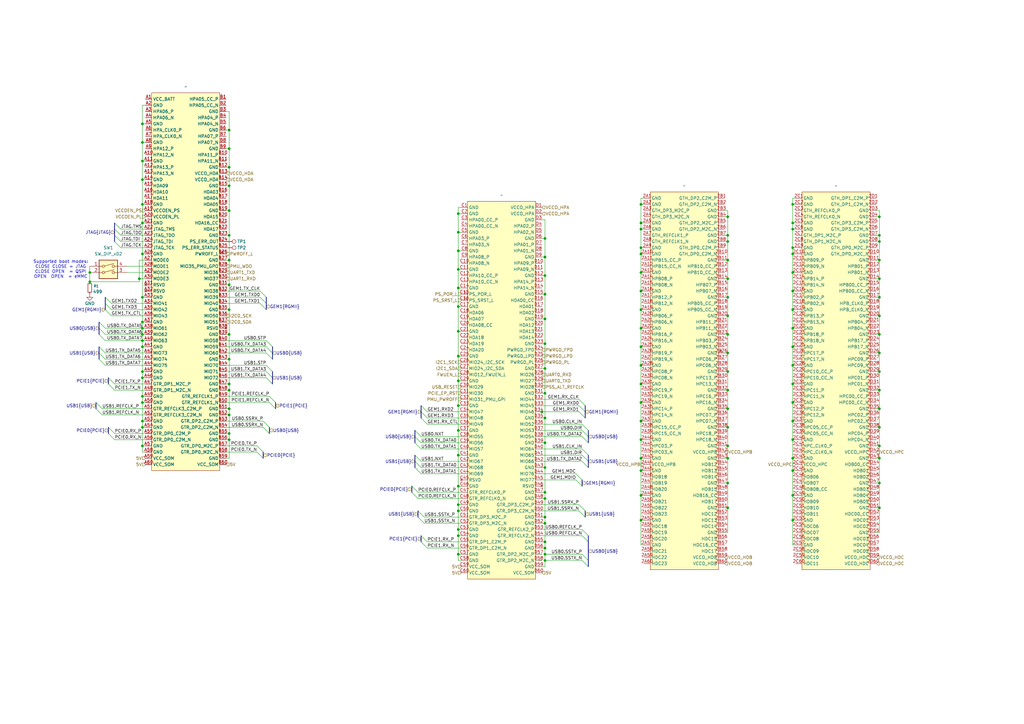
<source format=kicad_sch>
(kicad_sch (version 20250114) (generator "eeschema") (generator_version "9.0")
  (paper "A3")
  (bus_alias "JTAG" (members "TMS" "TDO" "TDI" "TCK"))
  (bus_alias "PCIE" (members "REFCLK_P" "REFCLK_N" "RX_P" "RX_N" "TX_P" "TX_N"))
  (bus_alias "RGMII" (members "MDC" "MDIO" "TX_CLK" "TXD[0..3]" "TX_CTL" "RX_CLK" "RXD[0..3]" "RX_CTL"))
  (bus_alias "USB" (members "RST" "CLK_IN" "DIR" "NXT" "STP" "TX_DATA[0..7]" "REFCLK_P" "REFCLK_N" "SSRX_P" "SSRX_N" "SSTX_P" "SSTX_N" "RESET"))
  (text "Supported boot modes:\nCLOSE CLOSE = JTAG\nCLOSE OPEN  = QSPI\nOPEN  OPEN  = eMMC" (at 24.892 110.49 0) (effects (font (size 1.27 1.27))))
  (junction (at 262.89 104.14))
  (junction (at 325.12 142.24))
  (junction (at 58.42 134.62))
  (junction (at 58.42 50.8))
  (junction (at 298.45 208.28))
  (junction (at 298.45 198.12))
  (junction (at 93.98 53.34))
  (junction (at 360.68 137.16))
  (junction (at 262.89 165.1))
  (junction (at 325.12 104.14))
  (junction (at 187.96 219.71))
  (junction (at 325.12 149.86))
  (junction (at 360.68 106.68))
  (junction (at 187.96 207.01))
  (junction (at 298.45 129.54))
  (junction (at 360.68 129.54))
  (junction (at 58.42 66.04))
  (junction (at 58.42 162.56))
  (junction (at 262.89 93.98))
  (junction (at 325.12 187.96))
  (junction (at 325.12 91.44))
  (junction (at 187.96 118.11))
  (junction (at 360.68 198.12))
  (junction (at 187.96 227.33))
  (junction (at 360.68 175.26))
  (junction (at 223.52 229.87))
  (junction (at 360.68 152.4))
  (junction (at 262.89 180.34))
  (junction (at 360.68 182.88))
  (junction (at 93.98 116.84))
  (junction (at 36.83 111.76))
  (junction (at 93.98 170.18))
  (junction (at 298.45 114.3))
  (junction (at 262.89 111.76))
  (junction (at 262.89 149.86))
  (junction (at 187.96 156.21))
  (junction (at 93.98 106.68))
  (junction (at 93.98 96.52))
  (junction (at 58.42 172.72))
  (junction (at 58.42 132.08))
  (junction (at 223.52 214.63))
  (junction (at 262.89 157.48))
  (junction (at 223.52 140.97))
  (junction (at 187.96 125.73))
  (junction (at 187.96 217.17))
  (junction (at 58.42 104.14))
  (junction (at 223.52 113.03))
  (junction (at 58.42 175.26))
  (junction (at 93.98 137.16))
  (junction (at 58.42 73.66))
  (junction (at 223.52 212.09))
  (junction (at 93.98 147.32))
  (junction (at 93.98 68.58))
  (junction (at 262.89 101.6))
  (junction (at 93.98 177.8))
  (junction (at 325.12 127))
  (junction (at 58.42 139.7))
  (junction (at 262.89 134.62))
  (junction (at 262.89 193.04))
  (junction (at 93.98 127))
  (junction (at 325.12 165.1))
  (junction (at 223.52 222.25))
  (junction (at 360.68 121.92))
  (junction (at 360.68 208.28))
  (junction (at 298.45 160.02))
  (junction (at 325.12 134.62))
  (junction (at 223.52 120.65))
  (junction (at 58.42 154.94))
  (junction (at 298.45 167.64))
  (junction (at 93.98 60.96))
  (junction (at 298.45 106.68))
  (junction (at 262.89 203.2))
  (junction (at 262.89 187.96))
  (junction (at 222.25 168.91))
  (junction (at 58.42 83.82))
  (junction (at 57.15 114.3))
  (junction (at 325.12 101.6))
  (junction (at 360.68 114.3))
  (junction (at 325.12 83.82))
  (junction (at 223.52 130.81))
  (junction (at 298.45 182.88))
  (junction (at 325.12 203.2))
  (junction (at 223.52 224.79))
  (junction (at 360.68 99.06))
  (junction (at 223.52 171.45))
  (junction (at 223.52 97.79))
  (junction (at 298.45 144.78))
  (junction (at 58.42 137.16))
  (junction (at 360.68 160.02))
  (junction (at 36.83 115.57))
  (junction (at 187.96 110.49))
  (junction (at 325.12 157.48))
  (junction (at 223.52 181.61))
  (junction (at 298.45 121.92))
  (junction (at 187.96 176.53))
  (junction (at 93.98 86.36))
  (junction (at 58.42 121.92))
  (junction (at 187.96 87.63))
  (junction (at 360.68 187.96))
  (junction (at 223.52 105.41))
  (junction (at 262.89 119.38))
  (junction (at 298.45 96.52))
  (junction (at 93.98 160.02))
  (junction (at 187.96 102.87))
  (junction (at 223.52 227.33))
  (junction (at 360.68 167.64))
  (junction (at 58.42 142.24))
  (junction (at 58.42 182.88))
  (junction (at 58.42 91.44))
  (junction (at 223.52 204.47))
  (junction (at 223.52 151.13))
  (junction (at 325.12 119.38))
  (junction (at 360.68 88.9))
  (junction (at 93.98 167.64))
  (junction (at 262.89 127))
  (junction (at 187.96 146.05))
  (junction (at 262.89 142.24))
  (junction (at 58.42 152.4))
  (junction (at 262.89 83.82))
  (junction (at 298.45 88.9))
  (junction (at 58.42 58.42))
  (junction (at 187.96 186.69))
  (junction (at 187.96 135.89))
  (junction (at 325.12 180.34))
  (junction (at 93.98 157.48))
  (junction (at 223.52 201.93))
  (junction (at 325.12 172.72))
  (junction (at 298.45 187.96))
  (junction (at 298.45 175.26))
  (junction (at 187.96 95.25))
  (junction (at 262.89 213.36))
  (junction (at 298.45 137.16))
  (junction (at 298.45 99.06))
  (junction (at 325.12 93.98))
  (junction (at 298.45 152.4))
  (junction (at 187.96 199.39))
  (junction (at 187.96 209.55))
  (junction (at 58.42 165.1))
  (junction (at 223.52 161.29))
  (junction (at 325.12 111.76))
  (junction (at 187.96 166.37))
  (junction (at 93.98 180.34))
  (junction (at 325.12 193.04))
  (junction (at 262.89 91.44))
  (junction (at 360.68 96.52))
  (junction (at 223.52 191.77))
  (junction (at 360.68 144.78))
  (junction (at 325.12 213.36))
  (junction (at 93.98 76.2))
  (junction (at 262.89 172.72))
  (bus_entry (at 172.72 184.15) (size -2.54 -2.54))
  (bus_entry (at 41.91 170.18) (size -2.54 -2.54))
  (bus_entry (at 175.26 168.91) (size -2.54 -2.54))
  (bus_entry (at 238.76 219.71) (size 2.54 2.54))
  (bus_entry (at 109.22 152.4) (size 2.54 2.54))
  (bus_entry (at 173.99 212.09) (size -2.54 -2.54))
  (bus_entry (at 46.99 180.34) (size -2.54 -2.54))
  (bus_entry (at 172.72 189.23) (size -2.54 -2.54))
  (bus_entry (at 237.49 168.91) (size 2.54 2.54))
  (bus_entry (at 45.72 127) (size -2.54 -2.54))
  (bus_entry (at 46.99 157.48) (size -2.54 -2.54))
  (bus_entry (at 43.18 134.62) (size -2.54 -2.54))
  (bus_entry (at 237.49 207.01) (size 2.54 2.54))
  (bus_entry (at 238.76 173.99) (size 2.54 2.54))
  (bus_entry (at 172.72 191.77) (size -2.54 -2.54))
  (bus_entry (at 237.49 209.55) (size 2.54 2.54))
  (bus_entry (at 173.99 214.63) (size -2.54 -2.54))
  (bus_entry (at 171.45 201.93) (size -2.54 -2.54))
  (bus_entry (at 236.22 196.85) (size 2.54 2.54))
  (bus_entry (at 105.41 185.42) (size 2.54 2.54))
  (bus_entry (at 172.72 194.31) (size -2.54 -2.54))
  (bus_entry (at 49.53 93.98) (size -2.54 -2.54))
  (bus_entry (at 43.18 137.16) (size -2.54 -2.54))
  (bus_entry (at 49.53 96.52) (size -2.54 -2.54))
  (bus_entry (at 238.76 229.87) (size 2.54 2.54))
  (bus_entry (at 43.18 147.32) (size -2.54 -2.54))
  (bus_entry (at 109.22 144.78) (size 2.54 2.54))
  (bus_entry (at 238.76 186.69) (size 2.54 2.54))
  (bus_entry (at 49.53 101.6) (size -2.54 -2.54))
  (bus_entry (at 41.91 167.64) (size -2.54 -2.54))
  (bus_entry (at 43.18 149.86) (size -2.54 -2.54))
  (bus_entry (at 45.72 124.46) (size -2.54 -2.54))
  (bus_entry (at 43.18 144.78) (size -2.54 -2.54))
  (bus_entry (at 238.76 176.53) (size 2.54 2.54))
  (bus_entry (at 238.76 179.07) (size 2.54 2.54))
  (bus_entry (at 175.26 224.79) (size -2.54 -2.54))
  (bus_entry (at 109.22 149.86) (size 2.54 2.54))
  (bus_entry (at 110.49 162.56) (size 2.54 2.54))
  (bus_entry (at 172.72 179.07) (size -2.54 -2.54))
  (bus_entry (at 46.99 177.8) (size -2.54 -2.54))
  (bus_entry (at 107.95 172.72) (size 2.54 2.54))
  (bus_entry (at 109.22 139.7) (size 2.54 2.54))
  (bus_entry (at 109.22 142.24) (size 2.54 2.54))
  (bus_entry (at 238.76 227.33) (size 2.54 2.54))
  (bus_entry (at 49.53 99.06) (size -2.54 -2.54))
  (bus_entry (at 172.72 181.61) (size -2.54 -2.54))
  (bus_entry (at 106.68 119.38) (size 2.54 2.54))
  (bus_entry (at 171.45 204.47) (size -2.54 -2.54))
  (bus_entry (at 236.22 194.31) (size 2.54 2.54))
  (bus_entry (at 237.49 163.83) (size 2.54 2.54))
  (bus_entry (at 45.72 129.54) (size -2.54 -2.54))
  (bus_entry (at 237.49 166.37) (size 2.54 2.54))
  (bus_entry (at 106.68 121.92) (size 2.54 2.54))
  (bus_entry (at 107.95 175.26) (size 2.54 2.54))
  (bus_entry (at 238.76 184.15) (size 2.54 2.54))
  (bus_entry (at 109.22 154.94) (size 2.54 2.54))
  (bus_entry (at 175.26 171.45) (size -2.54 -2.54))
  (bus_entry (at 105.41 182.88) (size 2.54 2.54))
  (bus_entry (at 175.26 222.25) (size -2.54 -2.54))
  (bus_entry (at 238.76 189.23) (size 2.54 2.54))
  (bus_entry (at 106.68 124.46) (size 2.54 2.54))
  (bus_entry (at 43.18 139.7) (size -2.54 -2.54))
  (bus_entry (at 238.76 217.17) (size 2.54 2.54))
  (bus_entry (at 46.99 160.02) (size -2.54 -2.54))
  (bus_entry (at 110.49 165.1) (size 2.54 2.54))
  (bus_entry (at 175.26 173.99) (size -2.54 -2.54))
  (wire (pts (xy 93.98 170.18) (xy 93.98 167.64)))
  (wire (pts (xy 298.45 198.12) (xy 298.45 208.28)))
  (wire (pts (xy 359.41 99.06) (xy 360.68 99.06)))
  (wire (pts (xy 187.96 118.11) (xy 189.23 118.11)))
  (wire (pts (xy 92.71 177.8) (xy 93.98 177.8)))
  (wire (pts (xy 223.52 181.61) (xy 223.52 191.77)))
  (wire (pts (xy 106.68 124.46) (xy 92.71 124.46)))
  (wire (pts (xy 187.96 118.11) (xy 187.96 125.73)))
  (wire (pts (xy 59.69 106.68) (xy 57.15 106.68)))
  (wire (pts (xy 58.42 121.92) (xy 58.42 132.08)))
  (wire (pts (xy 187.96 176.53) (xy 189.23 176.53)))
  (wire (pts (xy 223.52 224.79) (xy 223.52 227.33)))
  (wire (pts (xy 298.45 88.9) (xy 298.45 96.52)))
  (wire (pts (xy 298.45 208.28) (xy 298.45 218.44)))
  (wire (pts (xy 92.71 68.58) (xy 93.98 68.58)))
  (wire (pts (xy 92.71 53.34) (xy 93.98 53.34)))
  (bus (pts (xy 39.37 165.1) (xy 39.37 167.64)))
  (wire (pts (xy 262.89 193.04) (xy 262.89 203.2)))
  (wire (pts (xy 187.96 227.33) (xy 187.96 229.87)))
  (wire (pts (xy 298.45 114.3) (xy 298.45 121.92)))
  (wire (pts (xy 58.42 152.4) (xy 58.42 154.94)))
  (wire (pts (xy 93.98 68.58) (xy 93.98 60.96)))
  (wire (pts (xy 187.96 135.89) (xy 189.23 135.89)))
  (bus (pts (xy 40.64 144.78) (xy 40.64 147.32)))
  (bus (pts (xy 44.45 175.26) (xy 44.45 177.8)))
  (wire (pts (xy 58.42 154.94) (xy 59.69 154.94)))
  (wire (pts (xy 325.12 127) (xy 325.12 134.62)))
  (wire (pts (xy 58.42 91.44) (xy 59.69 91.44)))
  (wire (pts (xy 187.96 186.69) (xy 187.96 199.39)))
  (wire (pts (xy 58.42 139.7) (xy 58.42 142.24)))
  (wire (pts (xy 223.52 229.87) (xy 223.52 232.41)))
  (wire (pts (xy 297.18 198.12) (xy 298.45 198.12)))
  (wire (pts (xy 262.89 187.96) (xy 264.16 187.96)))
  (wire (pts (xy 58.42 182.88) (xy 58.42 185.42)))
  (wire (pts (xy 238.76 189.23) (xy 222.25 189.23)))
  (wire (pts (xy 262.89 101.6) (xy 264.16 101.6)))
  (wire (pts (xy 262.89 91.44) (xy 262.89 93.98)))
  (bus (pts (xy 46.99 96.52) (xy 46.99 99.06)))
  (wire (pts (xy 262.89 101.6) (xy 262.89 104.14)))
  (wire (pts (xy 222.25 222.25) (xy 223.52 222.25)))
  (wire (pts (xy 325.12 180.34) (xy 325.12 187.96)))
  (wire (pts (xy 325.12 119.38) (xy 325.12 127)))
  (bus (pts (xy 170.18 186.69) (xy 170.18 189.23)))
  (wire (pts (xy 175.26 222.25) (xy 189.23 222.25)))
  (wire (pts (xy 175.26 173.99) (xy 189.23 173.99)))
  (wire (pts (xy 222.25 90.17) (xy 223.52 90.17)))
  (wire (pts (xy 36.83 115.57) (xy 57.15 115.57)))
  (wire (pts (xy 325.12 91.44) (xy 326.39 91.44)))
  (wire (pts (xy 359.41 198.12) (xy 360.68 198.12)))
  (wire (pts (xy 238.76 219.71) (xy 222.25 219.71)))
  (wire (pts (xy 325.12 213.36) (xy 325.12 223.52)))
  (wire (pts (xy 46.99 177.8) (xy 59.69 177.8)))
  (wire (pts (xy 187.96 125.73) (xy 187.96 135.89)))
  (wire (pts (xy 359.41 144.78) (xy 360.68 144.78)))
  (wire (pts (xy 325.12 91.44) (xy 325.12 93.98)))
  (wire (pts (xy 223.52 212.09) (xy 223.52 214.63)))
  (wire (pts (xy 325.12 83.82) (xy 325.12 91.44)))
  (wire (pts (xy 222.25 191.77) (xy 223.52 191.77)))
  (wire (pts (xy 49.53 96.52) (xy 59.69 96.52)))
  (wire (pts (xy 223.52 151.13) (xy 223.52 161.29)))
  (wire (pts (xy 325.12 127) (xy 326.39 127)))
  (wire (pts (xy 262.89 83.82) (xy 262.89 91.44)))
  (wire (pts (xy 171.45 204.47) (xy 189.23 204.47)))
  (wire (pts (xy 46.99 157.48) (xy 59.69 157.48)))
  (wire (pts (xy 58.42 50.8) (xy 59.69 50.8)))
  (wire (pts (xy 325.12 142.24) (xy 326.39 142.24)))
  (wire (pts (xy 238.76 186.69) (xy 222.25 186.69)))
  (wire (pts (xy 238.76 176.53) (xy 222.25 176.53)))
  (wire (pts (xy 238.76 184.15) (xy 222.25 184.15)))
  (wire (pts (xy 107.95 175.26) (xy 92.71 175.26)))
  (wire (pts (xy 187.96 217.17) (xy 187.96 219.71)))
  (wire (pts (xy 325.12 93.98) (xy 325.12 101.6)))
  (wire (pts (xy 58.42 172.72) (xy 58.42 175.26)))
  (wire (pts (xy 262.89 180.34) (xy 262.89 187.96)))
  (wire (pts (xy 264.16 81.28) (xy 262.89 81.28)))
  (wire (pts (xy 92.71 157.48) (xy 93.98 157.48)))
  (wire (pts (xy 109.22 142.24) (xy 92.71 142.24)))
  (wire (pts (xy 360.68 175.26) (xy 360.68 182.88)))
  (wire (pts (xy 325.12 93.98) (xy 326.39 93.98)))
  (wire (pts (xy 36.83 111.76) (xy 36.83 109.22)))
  (bus (pts (xy 168.91 199.39) (xy 168.91 201.93)))
  (wire (pts (xy 222.25 97.79) (xy 223.52 97.79)))
  (bus (pts (xy 172.72 219.71) (xy 172.72 222.25)))
  (wire (pts (xy 262.89 93.98) (xy 264.16 93.98)))
  (wire (pts (xy 93.98 53.34) (xy 93.98 45.72)))
  (wire (pts (xy 222.25 151.13) (xy 223.52 151.13)))
  (wire (pts (xy 222.25 201.93) (xy 223.52 201.93)))
  (wire (pts (xy 58.42 104.14) (xy 58.42 121.92)))
  (wire (pts (xy 326.39 81.28) (xy 325.12 81.28)))
  (wire (pts (xy 92.71 106.68) (xy 93.98 106.68)))
  (wire (pts (xy 222.25 161.29) (xy 223.52 161.29)))
  (wire (pts (xy 262.89 203.2) (xy 262.89 213.36)))
  (wire (pts (xy 298.45 218.44) (xy 297.18 218.44)))
  (wire (pts (xy 360.68 106.68) (xy 360.68 114.3)))
  (wire (pts (xy 262.89 111.76) (xy 264.16 111.76)))
  (wire (pts (xy 59.69 43.18) (xy 58.42 43.18)))
  (wire (pts (xy 222.25 204.47) (xy 223.52 204.47)))
  (wire (pts (xy 43.18 134.62) (xy 58.42 134.62)))
  (wire (pts (xy 93.98 60.96) (xy 93.98 53.34)))
  (wire (pts (xy 105.41 185.42) (xy 92.71 185.42)))
  (bus (pts (xy 241.3 189.23) (xy 241.3 191.77)))
  (bus (pts (xy 240.03 166.37) (xy 240.03 168.91)))
  (bus (pts (xy 238.76 196.85) (xy 238.76 199.39)))
  (wire (pts (xy 222.25 140.97) (xy 223.52 140.97)))
  (wire (pts (xy 222.25 171.45) (xy 223.52 171.45)))
  (wire (pts (xy 58.42 152.4) (xy 59.69 152.4)))
  (wire (pts (xy 58.42 175.26) (xy 58.42 182.88)))
  (wire (pts (xy 93.98 157.48) (xy 93.98 147.32)))
  (wire (pts (xy 360.68 218.44) (xy 359.41 218.44)))
  (wire (pts (xy 262.89 149.86) (xy 264.16 149.86)))
  (wire (pts (xy 325.12 203.2) (xy 326.39 203.2)))
  (wire (pts (xy 93.98 76.2) (xy 93.98 68.58)))
  (wire (pts (xy 238.76 217.17) (xy 222.25 217.17)))
  (wire (pts (xy 92.71 127) (xy 93.98 127)))
  (wire (pts (xy 222.25 212.09) (xy 223.52 212.09)))
  (bus (pts (xy 241.3 179.07) (xy 241.3 181.61)))
  (wire (pts (xy 360.68 198.12) (xy 360.68 208.28)))
  (wire (pts (xy 49.53 101.6) (xy 59.69 101.6)))
  (wire (pts (xy 173.99 214.63) (xy 189.23 214.63)))
  (wire (pts (xy 222.25 214.63) (xy 223.52 214.63)))
  (wire (pts (xy 262.89 193.04) (xy 264.16 193.04)))
  (wire (pts (xy 360.68 114.3) (xy 360.68 121.92)))
  (wire (pts (xy 187.96 199.39) (xy 189.23 199.39)))
  (wire (pts (xy 58.42 137.16) (xy 58.42 139.7)))
  (bus (pts (xy 241.3 219.71) (xy 241.3 222.25)))
  (bus (pts (xy 111.76 154.94) (xy 111.76 157.48)))
  (wire (pts (xy 238.76 173.99) (xy 222.25 173.99)))
  (bus (pts (xy 43.18 124.46) (xy 43.18 127)))
  (wire (pts (xy 326.39 134.62) (xy 325.12 134.62)))
  (wire (pts (xy 325.12 223.52) (xy 326.39 223.52)))
  (wire (pts (xy 93.98 160.02) (xy 93.98 157.48)))
  (wire (pts (xy 262.89 172.72) (xy 262.89 180.34)))
  (wire (pts (xy 175.26 168.91) (xy 189.23 168.91)))
  (wire (pts (xy 187.96 102.87) (xy 187.96 110.49)))
  (wire (pts (xy 57.15 114.3) (xy 59.69 114.3)))
  (wire (pts (xy 360.68 144.78) (xy 360.68 152.4)))
  (bus (pts (xy 240.03 209.55) (xy 240.03 212.09)))
  (wire (pts (xy 187.96 207.01) (xy 187.96 209.55)))
  (wire (pts (xy 238.76 229.87) (xy 223.52 229.87)))
  (wire (pts (xy 58.42 139.7) (xy 59.69 139.7)))
  (wire (pts (xy 223.52 214.63) (xy 223.52 222.25)))
  (wire (pts (xy 297.18 114.3) (xy 298.45 114.3)))
  (bus (pts (xy 241.3 222.25) (xy 241.3 229.87)))
  (bus (pts (xy 44.45 154.94) (xy 44.45 157.48)))
  (bus (pts (xy 241.3 229.87) (xy 241.3 232.41)))
  (wire (pts (xy 297.18 160.02) (xy 298.45 160.02)))
  (wire (pts (xy 58.42 134.62) (xy 59.69 134.62)))
  (wire (pts (xy 297.18 99.06) (xy 298.45 99.06)))
  (wire (pts (xy 172.72 189.23) (xy 189.23 189.23)))
  (wire (pts (xy 359.41 167.64) (xy 360.68 167.64)))
  (bus (pts (xy 46.99 91.44) (xy 46.99 93.98)))
  (wire (pts (xy 187.96 85.09) (xy 187.96 87.63)))
  (wire (pts (xy 222.25 224.79) (xy 223.52 224.79)))
  (wire (pts (xy 58.42 132.08) (xy 59.69 132.08)))
  (wire (pts (xy 222.25 209.55) (xy 237.49 209.55)))
  (wire (pts (xy 325.12 157.48) (xy 326.39 157.48)))
  (wire (pts (xy 325.12 187.96) (xy 326.39 187.96)))
  (wire (pts (xy 360.68 208.28) (xy 360.68 218.44)))
  (wire (pts (xy 58.42 134.62) (xy 58.42 137.16)))
  (wire (pts (xy 297.18 137.16) (xy 298.45 137.16)))
  (wire (pts (xy 58.42 185.42) (xy 59.69 185.42)))
  (wire (pts (xy 298.45 121.92) (xy 298.45 129.54)))
  (wire (pts (xy 187.96 186.69) (xy 189.23 186.69)))
  (wire (pts (xy 262.89 172.72) (xy 264.16 172.72)))
  (wire (pts (xy 297.18 208.28) (xy 298.45 208.28)))
  (wire (pts (xy 359.41 152.4) (xy 360.68 152.4)))
  (wire (pts (xy 92.71 60.96) (xy 93.98 60.96)))
  (wire (pts (xy 58.42 66.04) (xy 58.42 73.66)))
  (wire (pts (xy 297.18 187.96) (xy 298.45 187.96)))
  (wire (pts (xy 58.42 175.26) (xy 59.69 175.26)))
  (bus (pts (xy 172.72 166.37) (xy 172.72 168.91)))
  (wire (pts (xy 105.41 182.88) (xy 92.71 182.88)))
  (wire (pts (xy 297.18 144.78) (xy 298.45 144.78)))
  (wire (pts (xy 49.53 99.06) (xy 59.69 99.06)))
  (wire (pts (xy 223.52 232.41) (xy 222.25 232.41)))
  (wire (pts (xy 298.45 152.4) (xy 298.45 160.02)))
  (wire (pts (xy 187.96 209.55) (xy 187.96 217.17)))
  (bus (pts (xy 40.64 134.62) (xy 40.64 137.16)))
  (wire (pts (xy 297.18 106.68) (xy 298.45 106.68)))
  (wire (pts (xy 58.42 165.1) (xy 58.42 172.72)))
  (wire (pts (xy 297.18 121.92) (xy 298.45 121.92)))
  (wire (pts (xy 325.12 134.62) (xy 325.12 142.24)))
  (wire (pts (xy 92.71 167.64) (xy 93.98 167.64)))
  (wire (pts (xy 109.22 144.78) (xy 92.71 144.78)))
  (wire (pts (xy 187.96 166.37) (xy 189.23 166.37)))
  (wire (pts (xy 222.25 130.81) (xy 223.52 130.81)))
  (wire (pts (xy 236.22 196.85) (xy 222.25 196.85)))
  (wire (pts (xy 262.89 142.24) (xy 264.16 142.24)))
  (wire (pts (xy 262.89 213.36) (xy 264.16 213.36)))
  (wire (pts (xy 297.18 129.54) (xy 298.45 129.54)))
  (wire (pts (xy 262.89 127) (xy 264.16 127)))
  (wire (pts (xy 262.89 104.14) (xy 264.16 104.14)))
  (wire (pts (xy 298.45 96.52) (xy 298.45 99.06)))
  (wire (pts (xy 359.41 187.96) (xy 360.68 187.96)))
  (wire (pts (xy 360.68 187.96) (xy 360.68 198.12)))
  (wire (pts (xy 92.71 180.34) (xy 93.98 180.34)))
  (wire (pts (xy 93.98 137.16) (xy 93.98 127)))
  (wire (pts (xy 360.68 121.92) (xy 360.68 129.54)))
  (wire (pts (xy 325.12 142.24) (xy 325.12 149.86)))
  (bus (pts (xy 109.22 124.46) (xy 109.22 127)))
  (bus (pts (xy 170.18 189.23) (xy 170.18 191.77)))
  (wire (pts (xy 262.89 203.2) (xy 264.16 203.2)))
  (wire (pts (xy 93.98 167.64) (xy 93.98 160.02)))
  (wire (pts (xy 325.12 193.04) (xy 326.39 193.04)))
  (wire (pts (xy 325.12 187.96) (xy 325.12 193.04)))
  (wire (pts (xy 93.98 147.32) (xy 93.98 137.16)))
  (wire (pts (xy 52.07 111.76) (xy 59.69 111.76)))
  (wire (pts (xy 172.72 191.77) (xy 189.23 191.77)))
  (wire (pts (xy 41.91 170.18) (xy 59.69 170.18)))
  (wire (pts (xy 326.39 180.34) (xy 325.12 180.34)))
  (wire (pts (xy 36.83 115.57) (xy 36.83 111.76)))
  (wire (pts (xy 92.71 86.36) (xy 93.98 86.36)))
  (wire (pts (xy 58.42 58.42) (xy 58.42 66.04)))
  (wire (pts (xy 43.18 149.86) (xy 59.69 149.86)))
  (wire (pts (xy 187.96 199.39) (xy 187.96 207.01)))
  (wire (pts (xy 360.68 160.02) (xy 360.68 167.64)))
  (wire (pts (xy 298.45 187.96) (xy 298.45 198.12)))
  (wire (pts (xy 223.52 161.29) (xy 223.52 171.45)))
  (wire (pts (xy 325.12 165.1) (xy 326.39 165.1)))
  (wire (pts (xy 43.18 147.32) (xy 59.69 147.32)))
  (wire (pts (xy 325.12 193.04) (xy 325.12 203.2)))
  (wire (pts (xy 262.89 134.62) (xy 262.89 142.24)))
  (wire (pts (xy 360.68 96.52) (xy 360.68 99.06)))
  (wire (pts (xy 59.69 165.1) (xy 58.42 165.1)))
  (wire (pts (xy 109.22 154.94) (xy 92.71 154.94)))
  (wire (pts (xy 262.89 134.62) (xy 264.16 134.62)))
  (wire (pts (xy 237.49 163.83) (xy 222.25 163.83)))
  (wire (pts (xy 45.72 129.54) (xy 59.69 129.54)))
  (wire (pts (xy 220.98 168.91) (xy 222.25 168.91)))
  (wire (pts (xy 298.45 106.68) (xy 298.45 114.3)))
  (bus (pts (xy 113.03 165.1) (xy 113.03 167.64)))
  (wire (pts (xy 187.96 219.71) (xy 187.96 227.33)))
  (bus (pts (xy 40.64 142.24) (xy 40.64 144.78)))
  (wire (pts (xy 220.98 229.87) (xy 222.25 229.87)))
  (wire (pts (xy 187.96 166.37) (xy 187.96 176.53)))
  (wire (pts (xy 58.42 132.08) (xy 58.42 134.62)))
  (wire (pts (xy 187.96 227.33) (xy 189.23 227.33)))
  (wire (pts (xy 262.89 165.1) (xy 264.16 165.1)))
  (wire (pts (xy 223.52 204.47) (xy 223.52 212.09)))
  (wire (pts (xy 222.25 113.03) (xy 223.52 113.03)))
  (wire (pts (xy 93.98 116.84) (xy 93.98 106.68)))
  (bus (pts (xy 111.76 142.24) (xy 111.76 144.78)))
  (wire (pts (xy 223.52 222.25) (xy 223.52 224.79)))
  (wire (pts (xy 359.41 121.92) (xy 360.68 121.92)))
  (wire (pts (xy 262.89 119.38) (xy 262.89 127)))
  (wire (pts (xy 92.71 160.02) (xy 93.98 160.02)))
  (wire (pts (xy 187.96 146.05) (xy 189.23 146.05)))
  (wire (pts (xy 360.68 137.16) (xy 360.68 144.78)))
  (wire (pts (xy 262.89 223.52) (xy 264.16 223.52)))
  (wire (pts (xy 58.42 142.24) (xy 58.42 152.4)))
  (wire (pts (xy 172.72 194.31) (xy 189.23 194.31)))
  (bus (pts (xy 170.18 176.53) (xy 170.18 179.07)))
  (wire (pts (xy 298.45 160.02) (xy 298.45 167.64)))
  (wire (pts (xy 222.25 207.01) (xy 237.49 207.01)))
  (wire (pts (xy 172.72 181.61) (xy 189.23 181.61)))
  (wire (pts (xy 187.96 229.87) (xy 189.23 229.87)))
  (wire (pts (xy 297.18 86.36) (xy 298.45 86.36)))
  (wire (pts (xy 262.89 213.36) (xy 262.89 223.52)))
  (wire (pts (xy 93.98 177.8) (xy 93.98 170.18)))
  (wire (pts (xy 92.71 147.32) (xy 93.98 147.32)))
  (bus (pts (xy 43.18 121.92) (xy 43.18 124.46)))
  (wire (pts (xy 92.71 187.96) (xy 93.98 187.96)))
  (wire (pts (xy 187.96 156.21) (xy 189.23 156.21)))
  (wire (pts (xy 262.89 142.24) (xy 262.89 149.86)))
  (wire (pts (xy 359.41 175.26) (xy 360.68 175.26)))
  (bus (pts (xy 109.22 121.92) (xy 109.22 124.46)))
  (bus (pts (xy 107.95 185.42) (xy 107.95 187.96)))
  (wire (pts (xy 222.25 120.65) (xy 223.52 120.65)))
  (wire (pts (xy 58.42 73.66) (xy 59.69 73.66)))
  (wire (pts (xy 359.41 160.02) (xy 360.68 160.02)))
  (bus (pts (xy 46.99 93.98) (xy 46.99 96.52)))
  (wire (pts (xy 92.71 96.52) (xy 93.98 96.52)))
  (wire (pts (xy 109.22 152.4) (xy 92.71 152.4)))
  (wire (pts (xy 262.89 91.44) (xy 264.16 91.44)))
  (wire (pts (xy 93.98 96.52) (xy 93.98 86.36)))
  (wire (pts (xy 175.26 224.79) (xy 189.23 224.79)))
  (wire (pts (xy 187.96 146.05) (xy 187.96 156.21)))
  (wire (pts (xy 262.89 81.28) (xy 262.89 83.82)))
  (wire (pts (xy 222.25 181.61) (xy 223.52 181.61)))
  (wire (pts (xy 58.42 162.56) (xy 59.69 162.56)))
  (wire (pts (xy 187.96 209.55) (xy 189.23 209.55)))
  (wire (pts (xy 325.12 172.72) (xy 326.39 172.72)))
  (wire (pts (xy 262.89 165.1) (xy 262.89 172.72)))
  (wire (pts (xy 359.41 88.9) (xy 360.68 88.9)))
  (wire (pts (xy 173.99 212.09) (xy 189.23 212.09)))
  (wire (pts (xy 57.15 115.57) (xy 57.15 114.3)))
  (wire (pts (xy 223.52 105.41) (xy 223.52 113.03)))
  (wire (pts (xy 187.96 87.63) (xy 189.23 87.63)))
  (wire (pts (xy 106.68 121.92) (xy 92.71 121.92)))
  (wire (pts (xy 325.12 101.6) (xy 326.39 101.6)))
  (wire (pts (xy 41.91 167.64) (xy 59.69 167.64)))
  (wire (pts (xy 325.12 111.76) (xy 326.39 111.76)))
  (wire (pts (xy 46.99 160.02) (xy 59.69 160.02)))
  (wire (pts (xy 110.49 165.1) (xy 92.71 165.1)))
  (wire (pts (xy 262.89 187.96) (xy 262.89 193.04)))
  (wire (pts (xy 325.12 149.86) (xy 325.12 157.48)))
  (wire (pts (xy 297.18 152.4) (xy 298.45 152.4)))
  (wire (pts (xy 297.18 167.64) (xy 298.45 167.64)))
  (wire (pts (xy 325.12 111.76) (xy 325.12 119.38)))
  (wire (pts (xy 359.41 114.3) (xy 360.68 114.3)))
  (wire (pts (xy 58.42 104.14) (xy 59.69 104.14)))
  (wire (pts (xy 325.12 203.2) (xy 325.12 213.36)))
  (wire (pts (xy 359.41 129.54) (xy 360.68 129.54)))
  (wire (pts (xy 109.22 139.7) (xy 92.71 139.7)))
  (bus (pts (xy 172.72 168.91) (xy 172.72 171.45)))
  (wire (pts (xy 298.45 137.16) (xy 298.45 144.78)))
  (wire (pts (xy 262.89 149.86) (xy 262.89 157.48)))
  (wire (pts (xy 359.41 182.88) (xy 360.68 182.88)))
  (wire (pts (xy 298.45 182.88) (xy 298.45 187.96)))
  (bus (pts (xy 111.76 144.78) (xy 111.76 147.32)))
  (wire (pts (xy 360.68 152.4) (xy 360.68 160.02)))
  (wire (pts (xy 58.42 91.44) (xy 58.42 104.14)))
  (wire (pts (xy 110.49 162.56) (xy 92.71 162.56)))
  (wire (pts (xy 222.25 105.41) (xy 223.52 105.41)))
  (wire (pts (xy 262.89 104.14) (xy 262.89 111.76)))
  (wire (pts (xy 58.42 58.42) (xy 59.69 58.42)))
  (wire (pts (xy 93.98 187.96) (xy 93.98 180.34)))
  (wire (pts (xy 93.98 180.34) (xy 93.98 177.8)))
  (wire (pts (xy 223.52 201.93) (xy 223.52 204.47)))
  (wire (pts (xy 187.96 219.71) (xy 189.23 219.71)))
  (wire (pts (xy 187.96 207.01) (xy 189.23 207.01)))
  (wire (pts (xy 52.07 109.22) (xy 59.69 109.22)))
  (wire (pts (xy 360.68 86.36) (xy 360.68 88.9)))
  (wire (pts (xy 298.45 86.36) (xy 298.45 88.9)))
  (wire (pts (xy 189.23 85.09) (xy 187.96 85.09)))
  (wire (pts (xy 325.12 101.6) (xy 325.12 104.14)))
  (wire (pts (xy 325.12 104.14) (xy 326.39 104.14)))
  (wire (pts (xy 58.42 182.88) (xy 59.69 182.88)))
  (wire (pts (xy 262.89 157.48) (xy 264.16 157.48)))
  (wire (pts (xy 298.45 129.54) (xy 298.45 137.16)))
  (bus (pts (xy 240.03 168.91) (xy 240.03 171.45)))
  (wire (pts (xy 297.18 182.88) (xy 298.45 182.88)))
  (wire (pts (xy 58.42 83.82) (xy 59.69 83.82)))
  (wire (pts (xy 262.89 180.34) (xy 264.16 180.34)))
  (wire (pts (xy 106.68 119.38) (xy 92.71 119.38)))
  (wire (pts (xy 187.96 176.53) (xy 187.96 186.69)))
  (wire (pts (xy 297.18 96.52) (xy 298.45 96.52)))
  (wire (pts (xy 187.96 110.49) (xy 189.23 110.49)))
  (bus (pts (xy 40.64 132.08) (xy 40.64 134.62)))
  (wire (pts (xy 92.71 170.18) (xy 93.98 170.18)))
  (wire (pts (xy 57.15 106.68) (xy 57.15 114.3)))
  (wire (pts (xy 262.89 157.48) (xy 262.89 165.1)))
  (wire (pts (xy 359.41 106.68) (xy 360.68 106.68)))
  (wire (pts (xy 58.42 73.66) (xy 58.42 83.82)))
  (wire (pts (xy 187.96 135.89) (xy 187.96 146.05)))
  (wire (pts (xy 45.72 124.46) (xy 59.69 124.46)))
  (wire (pts (xy 43.18 144.78) (xy 59.69 144.78)))
  (wire (pts (xy 45.72 127) (xy 59.69 127)))
  (wire (pts (xy 187.96 87.63) (xy 187.96 95.25)))
  (wire (pts (xy 58.42 83.82) (xy 58.42 91.44)))
  (wire (pts (xy 238.76 179.07) (xy 222.25 179.07)))
  (wire (pts (xy 46.99 180.34) (xy 59.69 180.34)))
  (wire (pts (xy 325.12 104.14) (xy 325.12 111.76)))
  (wire (pts (xy 359.41 208.28) (xy 360.68 208.28)))
  (bus (pts (xy 170.18 179.07) (xy 170.18 181.61)))
  (wire (pts (xy 187.96 110.49) (xy 187.96 118.11)))
  (wire (pts (xy 360.68 182.88) (xy 360.68 187.96)))
  (wire (pts (xy 187.96 125.73) (xy 189.23 125.73)))
  (wire (pts (xy 58.42 43.18) (xy 58.42 50.8)))
  (wire (pts (xy 58.42 137.16) (xy 59.69 137.16)))
  (wire (pts (xy 237.49 168.91) (xy 222.25 168.91)))
  (wire (pts (xy 58.42 121.92) (xy 59.69 121.92)))
  (wire (pts (xy 223.52 191.77) (xy 223.52 201.93)))
  (wire (pts (xy 262.89 83.82) (xy 264.16 83.82)))
  (wire (pts (xy 262.89 111.76) (xy 262.89 119.38)))
  (wire (pts (xy 325.12 149.86) (xy 326.39 149.86)))
  (wire (pts (xy 360.68 129.54) (xy 360.68 137.16)))
  (wire (pts (xy 298.45 144.78) (xy 298.45 152.4)))
  (wire (pts (xy 58.42 162.56) (xy 58.42 165.1)))
  (wire (pts (xy 237.49 166.37) (xy 222.25 166.37)))
  (wire (pts (xy 298.45 175.26) (xy 298.45 182.88)))
  (wire (pts (xy 360.68 88.9) (xy 360.68 96.52)))
  (wire (pts (xy 359.41 96.52) (xy 360.68 96.52)))
  (wire (pts (xy 223.52 113.03) (xy 223.52 120.65)))
  (wire (pts (xy 58.42 172.72) (xy 59.69 172.72)))
  (wire (pts (xy 325.12 157.48) (xy 325.12 165.1)))
  (wire (pts (xy 58.42 66.04) (xy 59.69 66.04)))
  (wire (pts (xy 187.96 102.87) (xy 189.23 102.87)))
  (wire (pts (xy 223.52 120.65) (xy 223.52 130.81)))
  (wire (pts (xy 172.72 184.15) (xy 189.23 184.15)))
  (wire (pts (xy 49.53 93.98) (xy 59.69 93.98)))
  (wire (pts (xy 58.42 154.94) (xy 58.42 162.56)))
  (wire (pts (xy 262.89 93.98) (xy 262.89 101.6)))
  (wire (pts (xy 236.22 194.31) (xy 222.25 194.31)))
  (bus (pts (xy 111.76 152.4) (xy 111.76 154.94)))
  (bus (pts (xy 241.3 186.69) (xy 241.3 189.23)))
  (wire (pts (xy 262.89 119.38) (xy 264.16 119.38)))
  (wire (pts (xy 43.18 137.16) (xy 58.42 137.16)))
  (wire (pts (xy 93.98 106.68) (xy 93.98 96.52)))
  (wire (pts (xy 187.96 217.17) (xy 189.23 217.17)))
  (wire (pts (xy 58.42 50.8) (xy 58.42 58.42)))
  (wire (pts (xy 359.41 86.36) (xy 360.68 86.36)))
  (wire (pts (xy 297.18 175.26) (xy 298.45 175.26)))
  (wire (pts (xy 325.12 165.1) (xy 325.12 172.72)))
  (wire (pts (xy 175.26 171.45) (xy 189.23 171.45)))
  (wire (pts (xy 107.95 172.72) (xy 92.71 172.72)))
  (wire (pts (xy 223.52 171.45) (xy 223.52 181.61)))
  (bus (pts (xy 110.49 175.26) (xy 110.49 177.8)))
  (wire (pts (xy 93.98 45.72) (xy 92.71 45.72)))
  (wire (pts (xy 187.96 156.21) (xy 187.96 166.37)))
  (wire (pts (xy 58.42 142.24) (xy 59.69 142.24)))
  (wire (pts (xy 93.98 127) (xy 93.98 116.84)))
  (wire (pts (xy 298.45 167.64) (xy 298.45 175.26)))
  (wire (pts (xy 220.98 227.33) (xy 222.25 227.33)))
  (wire (pts (xy 92.71 76.2) (xy 93.98 76.2)))
  (wire (pts (xy 360.68 167.64) (xy 360.68 175.26)))
  (wire (pts (xy 359.41 137.16) (xy 360.68 137.16)))
  (wire (pts (xy 325.12 172.72) (xy 325.12 180.34)))
  (wire (pts (xy 92.71 137.16) (xy 93.98 137.16)))
  (wire (pts (xy 262.89 127) (xy 262.89 134.62)))
  (wire (pts (xy 238.76 227.33) (xy 223.52 227.33)))
  (wire (pts (xy 109.22 149.86) (xy 92.71 149.86)))
  (wire (pts (xy 360.68 99.06) (xy 360.68 106.68)))
  (bus (pts (xy 171.45 209.55) (xy 171.45 212.09)))
  (wire (pts (xy 297.18 88.9) (xy 298.45 88.9)))
  (wire (pts (xy 172.72 179.07) (xy 189.23 179.07)))
  (bus (pts (xy 241.3 176.53) (xy 241.3 179.07)))
  (wire (pts (xy 223.52 90.17) (xy 223.52 97.79)))
  (wire (pts (xy 171.45 201.93) (xy 189.23 201.93)))
  (wire (pts (xy 223.52 227.33) (xy 223.52 229.87)))
  (wire (pts (xy 298.45 99.06) (xy 298.45 106.68)))
  (wire (pts (xy 92.71 116.84) (xy 93.98 116.84)))
  (wire (pts (xy 223.52 130.81) (xy 223.52 140.97)))
  (wire (pts (xy 223.52 140.97) (xy 223.52 151.13)))
  (wire (pts (xy 325.12 119.38) (xy 326.39 119.38)))
  (wire (pts (xy 325.12 213.36) (xy 326.39 213.36)))
  (wire (pts (xy 93.98 86.36) (xy 93.98 76.2)))
  (wire (pts (xy 325.12 81.28) (xy 325.12 83.82)))
  (wire (pts (xy 325.12 83.82) (xy 326.39 83.82)))
  (wire (pts (xy 43.18 139.7) (xy 58.42 139.7)))
  (wire (pts (xy 187.96 95.25) (xy 187.96 102.87)))
  (wire (pts (xy 187.96 95.25) (xy 189.23 95.25)))
  (wire (pts (xy 223.52 97.79) (xy 223.52 105.41)))
  (label "PCIE0.REFCLK_P" (at 171.45 201.93 0))
  (label "PCIE1.TX_P" (at 46.99 157.48 0))
  (label "USB1.NXT" (at 172.72 189.23 0))
  (label "USB1.TX_DATA3" (at 109.22 152.4 180))
  (label "USB0.TX_DATA3" (at 109.22 142.24 180))
  (label "USB0.SSTX_N" (at 238.76 229.87 180))
  (label "PCIE1.REFCLK_P" (at 110.49 162.56 180))
  (label "USB1.TX_DATA7" (at 43.18 149.86 0))
  (label "USB0.SSRX_N" (at 107.95 175.26 180))
  (label "GEM1.MDC" (at 236.22 194.31 180))
  (label "USB1.SSRX_N" (at 237.49 209.55 180))
  (label "GEM1.RX_CLK" (at 237.49 163.83 180))
  (label "USB0.TX_DATA0" (at 172.72 181.61 0))
  (label "GEM1.RXD1" (at 237.49 168.91 180))
  (label "PCIE0.REFCLK_N" (at 171.45 204.47 0))
  (label "GEM1.TXD0" (at 106.68 121.92 180))
  (label "USB0.TX_DATA2" (at 238.76 179.07 180))
  (label "USB0.TX_DATA5" (at 58.42 134.62 180))
  (label "USB1.TX_DATA4" (at 109.22 154.94 180))
  (label "USB1.DIR" (at 238.76 186.69 180))
  (label "GEM1.TXD1" (at 106.68 124.46 180))
  (label "PCIE0.TX_N" (at 105.41 185.42 180))
  (label "USB0.TX_DATA1" (at 172.72 184.15 0))
  (label "GEM1.TX_CTL" (at 45.72 129.54 0))
  (label "PCIE0.TX_P" (at 105.41 182.88 180))
  (label "USB1.STP" (at 109.22 149.86 180))
  (label "USB1.TX_DATA6" (at 43.18 147.32 0))
  (label "USB0.NXT" (at 172.72 179.07 0))
  (label "USB1.SSRX_P" (at 237.49 207.01 180))
  (label "GEM1.TX_CLK" (at 106.68 119.38 180))
  (label "USB1.TX_DATA5" (at 43.18 144.78 0))
  (label "USB1.SSTX_P" (at 173.99 212.09 0))
  (label "JTAG.TDO" (at 49.53 96.52 0))
  (label "GEM1.TXD3" (at 45.72 127 0))
  (label "USB1.TX_DATA2" (at 238.76 189.23 180))
  (label "USB0.REFCLK_P" (at 238.76 217.17 180))
  (label "USB0.DIR" (at 238.76 176.53 180))
  (label "USB0.CLK_IN" (at 238.76 173.99 180))
  (label "USB1.REFCLK_P" (at 41.91 167.64 0))
  (label "JTAG.TCK" (at 49.53 101.6 0))
  (label "USB0.TX_DATA7" (at 58.42 139.7 180))
  (label "USB1.CLK_IN" (at 238.76 184.15 180))
  (label "USB0.TX_DATA6" (at 58.42 137.16 180))
  (label "USB1.TX_DATA0" (at 172.72 191.77 0))
  (label "GEM1.MDIO" (at 236.22 196.85 180))
  (label "USB0.REFCLK_N" (at 238.76 219.71 180))
  (label "USB1.TX_DATA1" (at 172.72 194.31 0))
  (label "PCIE1.TX_N" (at 46.99 160.02 0))
  (label "PCIE1.RX_N" (at 175.26 224.79 0))
  (label "PCIE0.RX_N" (at 46.99 180.34 0))
  (label "PCIE0.RX_P" (at 46.99 177.8 0))
  (label "USB0.SSTX_P" (at 238.76 227.33 180))
  (label "GEM1.RX_CTL" (at 175.26 173.99 0))
  (label "JTAG.TDI" (at 49.53 99.06 0))
  (label "GEM1.RXD3" (at 175.26 171.45 0))
  (label "USB0.SSRX_P" (at 107.95 172.72 180))
  (label "USB0.TX_DATA4" (at 109.22 144.78 180))
  (label "USB1.REFCLK_N" (at 41.91 170.18 0))
  (label "PCIE1.RX_P" (at 175.26 222.25 0))
  (label "GEM1.RXD2" (at 175.26 168.91 0))
  (label "USB0.STP" (at 109.22 139.7 180))
  (label "GEM1.TXD2" (at 45.72 124.46 0))
  (label "USB1.SSTX_N" (at 173.99 214.63 0))
  (label "GEM1.RXD0" (at 237.49 166.37 180))
  (label "PCIE1.REFCLK_N" (at 110.49 165.1 180))
  (label "JTAG.TMS" (at 49.53 93.98 0))
  (hierarchical_label "PCIE1{PCIE}" (shape input) (at 44.45 156.21 180))
  (hierarchical_label "USB0{USB}" (shape input) (at 241.3 226.06 0))
  (hierarchical_label "USB0{USB}" (shape input) (at 241.3 179.07 0))
  (hierarchical_label "VCCOEN_PS" (shape input) (at 59.69 86.36 180))
  (hierarchical_label "5V" (shape input) (at 189.23 234.95 180))
  (hierarchical_label "USB1{USB}" (shape input) (at 170.18 189.23 180))
  (hierarchical_label "I2C1_SCK" (shape input) (at 189.23 148.59 180))
  (hierarchical_label "I2C1_SDA" (shape input) (at 189.23 151.13 180))
  (hierarchical_label "USB1{USB}" (shape input) (at 39.37 166.37 180))
  (hierarchical_label "VCCO_HDC" (shape input) (at 359.41 231.14 0))
  (hierarchical_label "VCCO_HPC" (shape input) (at 359.41 185.42 0))
  (hierarchical_label "PCIE1{PCIE}" (shape input) (at 172.72 220.98 180))
  (hierarchical_label "GEM1{RGMII}" (shape input) (at 109.22 125.73 0))
  (hierarchical_label "USB1{USB}" (shape input) (at 171.45 210.82 180))
  (hierarchical_label "JTAG{JTAG}" (shape input) (at 46.99 95.25 180))
  (hierarchical_label "VCCOEN_PL" (shape input) (at 59.69 88.9 180))
  (hierarchical_label "5V" (shape input) (at 189.23 232.41 180))
  (hierarchical_label "FWUEN_L" (shape input) (at 189.23 153.67 180))
  (hierarchical_label "USB_RESET" (shape input) (at 189.23 158.75 180))
  (hierarchical_label "USB0{USB}" (shape input) (at 170.18 179.07 180))
  (hierarchical_label "GEM1{RGMII}" (shape input) (at 43.18 127 180))
  (hierarchical_label "PMU_WDO" (shape input) (at 92.71 109.22 0))
  (hierarchical_label "PCIE0{PCIE}" (shape input) (at 44.45 176.53 180))
  (hierarchical_label "GEM1{RGMII}" (shape input) (at 172.72 168.91 180))
  (hierarchical_label "PCIE1{PCIE}" (shape input) (at 113.03 166.37 0))
  (hierarchical_label "UART1_RXD" (shape input) (at 92.71 114.3 0))
  (hierarchical_label "PWROFF_L" (shape input) (at 92.71 104.14 0))
  (hierarchical_label "USB0{USB}" (shape input) (at 110.49 176.53 0))
  (hierarchical_label "VCCO_HDB" (shape input) (at 297.18 228.6 0))
  (hierarchical_label "VCCO_HPB" (shape input) (at 297.18 185.42 0))
  (hierarchical_label "PCIE_EP_RST" (shape input) (at 189.23 161.29 180))
  (hierarchical_label "VCCO_HPC" (shape input) (at 326.39 190.5 180))
  (hierarchical_label "PWRGD_PL" (shape input) (at 222.25 148.59 0))
  (hierarchical_label "PWRGD_LPD" (shape input) (at 222.25 146.05 0))
  (hierarchical_label "PWRGD_FPD" (shape input) (at 222.25 143.51 0))
  (hierarchical_label "PCIE0{PCIE}" (shape input) (at 168.91 200.66 180))
  (hierarchical_label "USB0{USB}" (shape input) (at 111.76 144.78 0))
  (hierarchical_label "PCIE0{PCIE}" (shape input) (at 107.95 186.69 0))
  (hierarchical_label "USB1{USB}" (shape input) (at 240.03 210.82 0))
  (hierarchical_label "5V" (shape input) (at 59.69 187.96 180))
  (hierarchical_label "USB1{USB}" (shape input) (at 40.64 144.78 180))
  (hierarchical_label "VCCO_HPB" (shape input) (at 264.16 190.5 180))
  (hierarchical_label "VCCO_HDB" (shape input) (at 297.18 231.14 0))
  (hierarchical_label "5V" (shape input) (at 222.25 234.95 0))
  (hierarchical_label "VCCO_HDC" (shape input) (at 359.41 228.6 0))
  (hierarchical_label "VCCO_HDA" (shape input) (at 92.71 71.12 0))
  (hierarchical_label "UART0_TXD" (shape input) (at 222.25 156.21 0))
  (hierarchical_label "UART0_RXD" (shape input) (at 222.25 153.67 0))
  (hierarchical_label "UART1_TXD" (shape input) (at 92.71 111.76 0))
  (hierarchical_label "GEM1{RGMII}" (shape input) (at 238.76 198.12 0))
  (hierarchical_label "VCCO_HPA" (shape input) (at 222.25 85.09 0))
  (hierarchical_label "VCCO_HPA" (shape input) (at 222.25 87.63 0))
  (hierarchical_label "I2C0_SCK" (shape input) (at 92.71 129.54 0))
  (hierarchical_label "I2C0_SDA" (shape input) (at 92.71 132.08 0))
  (hierarchical_label "PMU_PWROFF" (shape input) (at 189.23 163.83 180))
  (hierarchical_label "5V" (shape input) (at 92.71 190.5 0))
  (hierarchical_label "USB1{USB}" (shape input) (at 241.3 189.23 0))
  (hierarchical_label "USB1{USB}" (shape input) (at 111.76 154.94 0))
  (hierarchical_label "GEM1{RGMII}" (shape input) (at 240.03 168.91 0))
  (hierarchical_label "PSS_ALT_REFCLK" (shape input) (at 222.25 158.75 0))
  (hierarchical_label "VCCO_HDA" (shape input) (at 92.71 73.66 0))
  (hierarchical_label "5V" (shape input) (at 59.69 190.5 180))
  (hierarchical_label "USB0{USB}" (shape input) (at 40.64 134.62 180))
  (hierarchical_label "PS_SRST_L" (shape input) (at 189.23 123.19 180))
  (hierarchical_label "PS_POR_L" (shape input) (at 189.23 120.65 180))
  (symbol (lib_id "parts:K26_SoM") (at 76.2 115.57 0) (unit 1)
    (property "Reference" "U1" (effects (hide yes)))
    (property "Value" "~" (at 76.2 35.56 0))
    (property "Footprint" "parts:K26_SoM" (effects (hide yes)))
  )
  (symbol (lib_id "parts:K26_SoM") (at 205.74 160.02 0) (unit 2)
    (property "Reference" "U1" (effects (hide yes)))
    (property "Value" "~" (at 205.74 80.01 0))
    (property "Footprint" "parts:K26_SoM" (effects (hide yes)))
  )
  (symbol (lib_id "parts:K26_SoM") (at 280.67 156.21 0) (unit 3)
    (property "Reference" "U1" (effects (hide yes)))
    (property "Value" "~" (at 280.67 76.2 0))
    (property "Footprint" "parts:K26_SoM" (effects (hide yes)))
  )
  (symbol (lib_id "Connector:TestPoint") (at 92.71 101.6 270) (unit 1)
    (property "Reference" "TP2" (at 97.282 101.6 90) (effects (justify left)))
    (property "Value" "PS_ERR_STATUS" (effects (hide yes)))
    (property "Description" "test point" (effects (hide yes)))
  )
  (symbol (lib_id "Switch:SW_DIP_x02") (at 44.45 111.76 0) (unit 1)
    (property "Reference" "SW1" (at 44.45 101.6 0))
    (property "Value" "SW_DIP_x02" (at 44.45 104.14 0))
    (property "Description" "2x DIP Switch, Single Pole Single Throw (SPST) switch, small symbol" (effects (hide yes)))
  )
  (symbol (lib_id "Connector:TestPoint") (at 92.71 99.06 270) (unit 1)
    (property "Reference" "TP1" (at 97.282 99.06 90) (effects (justify left)))
    (property "Value" "PS_ERR_OUT" (effects (hide yes)))
    (property "Description" "test point" (effects (hide yes)))
  )
  (symbol (lib_id "Device:R_Small") (at 36.83 118.11 0) (unit 1)
    (property "Reference" "R1" (at 38.354 117.348 0) (effects (font (size 1.016 1.016)) (justify left)))
    (property "Value" "499" (at 38.1 119.634 0) (effects (justify left)))
    (property "Description" "Resistor, small symbol" (effects (hide yes)))
  )
  (symbol (lib_id "power:GND") (at 36.83 120.65 0) (unit 1)
    (property "Reference" "#PWR01" (effects (hide yes)))
    (property "Value" "GND" (at 36.83 124.46 0))
    (property "Description" "Power symbol creates a global label with name \"GND\" , ground" (effects (hide yes)))
  )
  (symbol (lib_id "parts:K26_SoM") (at 342.9 156.21 0) (unit 4)
    (property "Reference" "U1" (effects (hide yes)))
    (property "Value" "~" (at 342.9 76.2 0))
    (property "Footprint" "parts:K26_SoM" (effects (hide yes)))
  )
)
</source>
